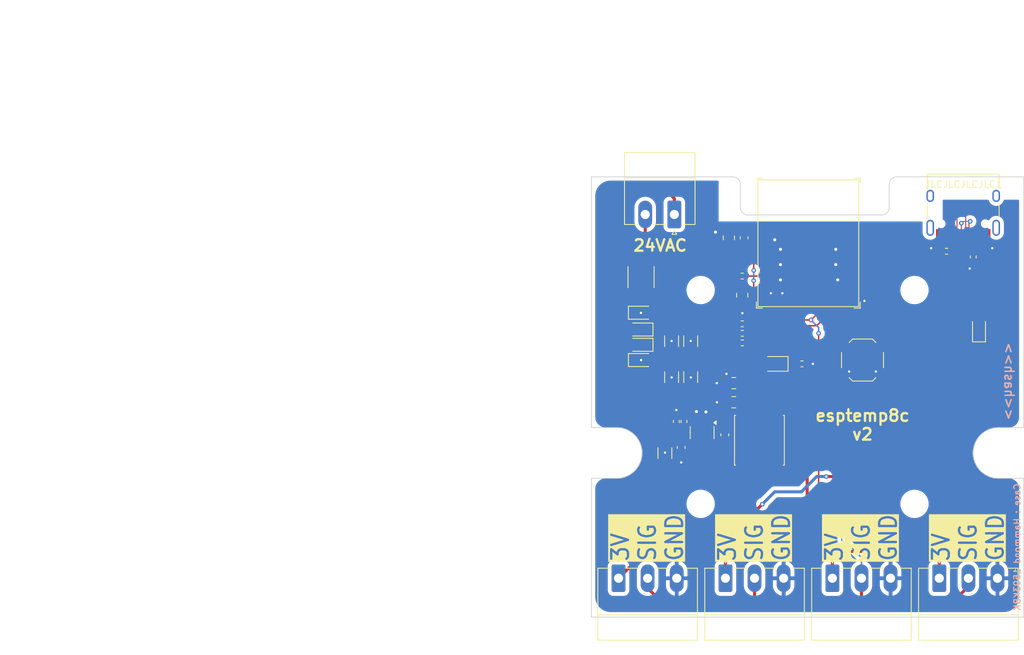
<source format=kicad_pcb>
(kicad_pcb (version 20240108) (generator "pcbnew") (generator_version "8.0")
  (layers (0 "F.Cu" signal) (31 "B.Cu" signal) (34 "B.Paste" user) (35 "F.Paste" user) (36 "B.SilkS" user "B.Silkscreen") (37 "F.SilkS" user "F.Silkscreen") (38 "B.Mask" user) (39 "F.Mask" user) (44 "Edge.Cuts" user))
  (net 0 "")
  (net 1 "GND")
  (net 2 "/EN")
  (net 3 "3V3")
  (net 4 "/Power Section/LX")
  (net 5 "/Power Section/VIN")
  (net 6 "/Power Section/BST")
  (net 7 "Net-(D1-K)")
  (net 8 "PROBE_BUS")
  (net 9 "Net-(D3-K)")
  (net 10 "Net-(J5-CC1)")
  (net 12 "Net-(J5-CC2)")
  (net 15 "Net-(U1-GPIO2{slash}ADC1_CH2)")
  (net 16 "Net-(U1-GPIO8)")
  (net 17 "/Power Section/FB2")
  (net 33 "D-")
  (net 34 "D+")
  (net 44 "Net-(D7-K)")
  (net 45 "/Power Section/VBUS")
  (net 48 "/GPIO9")
  (net 49 "Net-(J3-Pin_2)")
  (footprint "MountingHole:MountingHole_3.2mm_M3" (layer "F.Cu") (at 54.3 142.830983)
    (property "Reference" "H1" (hide yes))
    (property "Value" "MountingHole")
  )
  (footprint "Capacitor_SMD:C_0603_1608Metric" (layer "F.Cu") (at 57.452043 133.798407 90)
    (property "Reference" "C10" (hide yes))
    (property "Value" "0.1u")
  )
  (footprint "Resistor_SMD:R_0402_1005Metric" (layer "F.Cu") (at 59.754374 121.75)
    (property "Reference" "R4" (hide yes))
    (property "Value" "10k")
  )
  (footprint "Fuse:Fuse_1812_4532Metric" (layer "F.Cu") (at 46.494374 113.1375 -90)
    (property "Reference" "F1" (hide yes))
    (property "Value" "140mA hold / 340mA trip mSMD014")
  )
  (footprint "Capacitor_SMD:C_0603_1608Metric" (layer "F.Cu") (at 59.994374 108 -90)
    (property "Reference" "C2" (hide yes))
    (property "Value" "0.1u")
  )
  (footprint "Connector_Phoenix_MC:PhoenixContact_MC_1,5_3-G-3.81_1x03_P3.81mm_Horizontal" (layer "F.Cu") (at 85.545 152.5675)
    (property "Reference" "J6" (hide yes))
    (property "Value" "T4")
  )
  (footprint "Button_Switch_SMD:SW_Push_1P1T_XKB_TS-1187A" (layer "F.Cu") (at 75.494374 124)
    (property "Reference" "SW1" (hide yes))
    (property "Value" "RESET")
  )
  (footprint "Resistor_SMD:R_0402_1005Metric" (layer "F.Cu") (at 59.744374 113)
    (property "Reference" "R1" (hide yes))
    (property "Value" "10k")
  )
  (footprint "Resistor_SMD:R_0402_1005Metric" (layer "F.Cu") (at 52.113333 132.037085 90)
    (property "Reference" "R7" (hide yes))
    (property "Value" "68k")
  )
  (footprint "Capacitor_SMD:C_1206_3216Metric" (layer "F.Cu") (at 50.494374 121.525 90)
    (property "Reference" "C6" (hide yes))
    (property "Value" "10uF 50V")
  )
  (footprint "MountingHole:MountingHole_3.2mm_M3" (layer "F.Cu") (at 82.3 142.830983)
    (property "Reference" "H2" (hide yes))
    (property "Value" "MountingHole")
  )
  (footprint "Capacitor_SMD:C_1206_3216Metric" (layer "F.Cu") (at 49.613333 136.186169 -90)
    (property "Reference" "C8" (hide yes))
    (property "Value" "4u7")
  )
  (footprint "Capacitor_SMD:C_0603_1608Metric" (layer "F.Cu") (at 51.748457 135.441658 90)
    (property "Reference" "C9" (hide yes))
    (property "Value" "0.1u")
  )
  (footprint "MountingHole:MountingHole_3.2mm_M3" (layer "F.Cu") (at 82.3 114.830983)
    (property "Reference" "H4" (hide yes))
    (property "Value" "MountingHole")
  )
  (footprint "Capacitor_SMD:C_1206_3216Metric" (layer "F.Cu") (at 52.994374 121.525 90)
    (property "Reference" "C5" (hide yes))
    (property "Value" "10uF 50V")
  )
  (footprint "Capacitor_SMD:C_0805_2012Metric" (layer "F.Cu") (at 59.744374 115.5 90)
    (property "Reference" "C1" (hide yes))
    (property "Value" "10u")
  )
  (footprint "MountingHole:MountingHole_3.2mm_M3" (layer "F.Cu") (at 54.3 114.830983)
    (property "Reference" "H3" (hide yes))
    (property "Value" "MountingHole")
  )
  (footprint "Inductor_SMD:L_Sunlord_SWPA6028S" (layer "F.Cu") (at 61.994374 134.5 90)
    (property "Reference" "L1" (hide yes))
    (property "Value" "15uH")
  )
  (footprint "Connector_Phoenix_MC:PhoenixContact_MC_1,5_2-G-3.81_1x02_P3.81mm_Horizontal" (layer "F.Cu") (at 50.85 104.9325 180)
    (property "Reference" "J3" (hide yes))
    (property "Value" "24VAC")
  )
  (footprint "Connector_Phoenix_MC:PhoenixContact_MC_1,5_3-G-3.81_1x03_P3.81mm_Horizontal" (layer "F.Cu") (at 57.545 152.5675)
    (property "Reference" "J2" (hide yes))
    (property "Value" "T2")
  )
  (footprint "Diode_SMD:D_SOD-323" (layer "F.Cu") (at 46.444374 122 180)
    (property "Reference" "D4" (hide yes))
    (property "Value" "1N5819WS")
  )
  (footprint "Capacitor_SMD:C_1206_3216Metric" (layer "F.Cu") (at 52.994374 126.23764 -90)
    (property "Reference" "C3" (hide yes))
    (property "Value" "10uF 50V")
  )
  (footprint "Resistor_SMD:R_0402_1005Metric" (layer "F.Cu") (at 86.494374 109.75 180)
    (property "Reference" "R6" (hide yes))
    (property "Value" "5k1")
  )
  (footprint "Capacitor_SMD:C_1206_3216Metric" (layer "F.Cu") (at 50.494374 126.23764 -90)
    (property "Reference" "C4" (hide yes))
    (property "Value" "10uF 50V")
  )
  (footprint "Capacitor_SMD:C_0805_2012Metric" (layer "F.Cu") (at 58.635782 129.520831 180)
    (property "Reference" "C11" (hide yes))
    (property "Value" "10u")
  )
  (footprint "LED_SMD:LED_0805_2012Metric" (layer "F.Cu") (at 64.056874 124.5 180)
    (property "Reference" "D7" (hide yes))
    (property "Value" "PWR")
  )
  (footprint "Diode_SMD:D_SOD-323" (layer "F.Cu") (at 46.444374 124)
    (property "Reference" "D3" (hide yes))
    (property "Value" "1N5819WS")
  )
  (footprint "Diode_SMD:D_SOD-323" (layer "F.Cu") (at 46.444374 120 180)
    (property "Reference" "D2" (hide yes))
    (property "Value" "1N5819WS")
  )
  (footprint "Diode_SMD:D_SOD-323" (layer "F.Cu") (at 90.744374 120 90)
    (property "Reference" "D5" (hide yes))
    (property "Value" "1N5819WS")
  )
  (footprint "Connector_USB:USB_C_Receptacle_HRO_TYPE-C-31-M-12" (layer "F.Cu") (at 88.68 103.55 180)
    (property "Reference" "J5" (hide yes))
    (property "Value" "USB_C_Receptacle_USB2.0")
  )
  (footprint "Resistor_SMD:R_0402_1005Metric" (layer "F.Cu") (at 51.113333 132.037085 90)
    (property "Reference" "R8" (hide yes))
    (property "Value" "22k")
  )
  (footprint "Capacitor_SMD:C_0805_2012Metric" (layer "F.Cu") (at 57.994374 108 -90)
    (property "Reference" "C7" (hide yes))
    (property "Value" "10u")
  )
  (footprint "Resistor_SMD:R_0402_1005Metric" (layer "F.Cu") (at 59.744374 119.25)
    (property "Reference" "R3" (hide yes))
    (property "Value" "10k")
  )
  (footprint "Espressif:ESP32-C3-MINI-1" (layer "F.Cu") (at 68.394374 108.7)
    (property "Reference" "U1" (hide yes))
    (property "Value" "ESP32-C3-MINI-1")
  )
  (footprint "Diode_SMD:D_SOD-323" (layer "F.Cu") (at 46.444374 117.8)
    (property "Reference" "D1" (hide yes))
    (property "Value" "1N5819WS")
  )
  (footprint "Connector_Phoenix_MC:PhoenixContact_MC_1,5_3-G-3.81_1x03_P3.81mm_Horizontal" (layer "F.Cu") (at 43.545 152.5675)
    (property "Reference" "J1" (hide yes))
    (property "Value" "T1")
  )
  (footprint "Resistor_SMD:R_0402_1005Metric" (layer "F.Cu") (at 67.556874 124.494378)
    (property "Reference" "R9" (hide yes))
    (property "Value" "680")
  )
  (footprint "Package_TO_SOT_SMD:SOT-23-6" (layer "F.Cu") (at 54.494374 133.5 -90)
    (property "Reference" "U2" (hide yes))
    (property "Value" "LMR54406DBVR")
  )
  (footprint "Resistor_SMD:R_0402_1005Metric" (layer "F.Cu") (at 59.754374 120.5)
    (property "Reference" "R2" (hide yes))
    (property "Value" "5k1")
  )
  (footprint "Connector_Phoenix_MC:PhoenixContact_MC_1,5_3-G-3.81_1x03_P3.81mm_Horizontal" (layer "F.Cu") (at 71.545 152.5675)
    (property "Reference" "J4" (hide yes))
    (property "Value" "T3")
  )
  (footprint "Capacitor_SMD:C_0805_2012Metric" (layer "F.Cu") (at 58.635782 127.020831 180)
    (property "Reference" "C12" (hide yes))
    (property "Value" "10u")
  )
  (footprint "Resistor_SMD:R_0402_1005Metric" (layer "F.Cu") (at 89.994374 110.5 -90)
    (property "Reference" "R5" (hide yes))
    (property "Value" "5k1")
  )
  (gr_line (start 39.994374 139.478058) (end 39.994374 157.661966) (stroke (width 0.1)) (layer "Edge.Cuts"))
  (gr_line (start 78.9944 101) (end 78.99438 104.000043) (stroke (width 0.1)) (layer "Edge.Cuts"))
  (gr_line (start 39.994374 100) (end 39.994374 132.845874) (stroke (width 0.1)) (layer "Edge.Cuts"))
  (gr_arc (start 60.494374 105) (mid 59.787284 104.707098) (end 59.4944 104) (stroke (width 0.1)) (layer "Edge.Cuts"))
  (gr_line (start 58.494374 100) (end 39.994374 100) (stroke (width 0.1)) (layer "Edge.Cuts"))
  (gr_line (start 79.994374 100) (end 96.605627 100) (stroke (width 0.1)) (layer "Edge.Cuts"))
  (gr_line (start 93.3 132.845874) (end 96.605627 132.845874) (stroke (width 0.1)) (layer "Edge.Cuts"))
  (gr_line (start 96.605627 157.661966) (end 96.605627 139.478058) (stroke (width 0.1)) (layer "Edge.Cuts"))
  (gr_arc (start 78.99438 104.000043) (mid 78.70147 104.707115) (end 77.99438 104.99998) (stroke (width 0.1)) (layer "Edge.Cuts"))
  (gr_line (start 96.605627 132.845874) (end 96.605627 100) (stroke (width 0.1)) (layer "Edge.Cuts"))
  (gr_arc (start 78.9944 101) (mid 79.287313 100.292932) (end 79.994374 100) (stroke (width 0.1)) (layer "Edge.Cuts"))
  (gr_line (start 39.994374 157.661966) (end 96.605627 157.661966) (stroke (width 0.1)) (layer "Edge.Cuts"))
  (gr_line (start 39.994374 132.845874) (end 43.3 132.845874) (stroke (width 0.1)) (layer "Edge.Cuts"))
  (gr_arc (start 43.3 132.845874) (mid 46.616051 136.161966) (end 43.3 139.478058) (stroke (width 0.1)) (layer "Edge.Cuts"))
  (gr_line (start 77.99438 104.99998) (end 60.494374 105) (stroke (width 0.1)) (layer "Edge.Cuts"))
  (gr_line (start 43.3 139.478058) (end 39.994374 139.478058) (stroke (width 0.1)) (layer "Edge.Cuts"))
  (gr_arc (start 93.3 139.478058) (mid 89.983882 136.16197) (end 93.3 132.845882) (stroke (width 0.1)) (layer "Edge.Cuts"))
  (gr_arc (start 58.494374 100) (mid 59.201498 100.292884) (end 59.4944 101) (stroke (width 0.1)) (layer "Edge.Cuts"))
  (gr_line (start 59.4944 104) (end 59.4944 101) (stroke (width 0.1)) (layer "Edge.Cuts"))
  (gr_line (start 96.605627 139.478058) (end 93.3 139.478058) (stroke (width 0.1)) (layer "Edge.Cuts"))
  (gr_text "Case : Hammond 1593KBK" (at 95.744374 148.5 90) (layer "B.SilkS") (effects (font (size 0.8128 0.8128) (thickness 0.1524)) (justify mirror)))
  (gr_text "<<hash>>" (at 93.994374 132 270) (layer "B.SilkS") (effects (font (size 1.2 1.2) (thickness 0.2) (bold yes)) (justify left bottom mirror)))
  (gr_text "3V\nSIG\nGND" (at 56.494374 150.5 90) (layer "F.SilkS" knockout) (effects (font (size 2.2 2) (thickness 0.3048)) (justify left top)))
  (gr_text "3V\nSIG\nGND" (at 70.494374 150.5 90) (layer "F.SilkS" knockout) (effects (font (size 2.2 2) (thickness 0.3048)) (justify left top)))
  (gr_text "3V\nSIG\nGND" (at 42.494374 150.5 90) (layer "F.SilkS" knockout) (effects (font (size 2.2 2) (thickness 0.3048)) (justify left top)))
  (gr_text "esptemp8c\nv2" (at 75.494374 132.5 0) (layer "F.SilkS") (effects (font (size 1.524 1.524) (thickness 0.3048))))
  (gr_text "3V\nSIG\nGND" (at 84.494374 150.5 90) (layer "F.SilkS" knockout) (effects (font (size 2.2 2) (thickness 0.3048)) (justify left top)))
  (gr_text "JLCJLCJLCJLC1" (at 88.744374 101 0) (layer "F.SilkS") (effects (font (size 0.9 0.9) (thickness 0.1))))
  (gr_text "24VAC" (at 49 109 0) (layer "F.SilkS") (effects (font (size 1.5 1.5) (thickness 0.3))))
  (segment (start 74.344374 116.35) (end 75.644374 116.35) (width 0.2) (layer "F.Cu") (net 1))
  (segment (start 62.494374 106.5) (end 62.444374 106.45) (width 0.2) (layer "F.Cu") (net 1))
  (segment (start 64.844374 111.4) (end 64.744374 111.5) (width 0.4) (layer "F.Cu") (net 1))
  (segment (start 57.994374 107.05) (end 56.444374 107.05) (width 0.4) (layer "F.Cu") (net 1))
  (segment (start 52.994374 120.05) (end 52.994374 121.5) (width 0.4) (layer "F.Cu") (net 1))
  (segment (start 64.819374 109.425) (end 64.744374 109.5) (width 0.4) (layer "F.Cu") (net 1))
  (segment (start 56.412508 127.020831) (end 56.410251 127.018574) (width 0.4) (layer "F.Cu") (net 1))
  (segment (start 64.869374 113.375) (end 64.744374 113.5) (width 0.4) (layer "F.Cu") (net 1))
  (segment (start 85.43 107.595) (end 85.43 108.4) (width 0.4) (layer "F.Cu") (net 1))
  (segment (start 63.944374 108.2) (end 63.994374 108.25) (width 0.4) (layer "F.Cu") (net 1))
  (segment (start 73.369374 125.875) (end 73.744374 125.5) (width 0.2) (layer "F.Cu") (net 1))
  (segment (start 57.685782 127.020831) (end 56.412508 127.020831) (width 0.4) (layer "F.Cu") (net 1))
  (segment (start 84.88 109.75) (end 84.48 109.35) (width 0.4) (layer "F.Cu") (net 1))
  (segment (start 63.344374 115.4) (end 63.494374 115.25) (width 0.2) (layer "F.Cu") (net 1))
  (segment (start 89.994374 111.01) (end 89.994374 111.547087) (width 0.4) (layer "F.Cu") (net 1))
  (segment (start 50.494374 126.278539) (end 50.498145 126.274768) (width 0.4) (layer "F.Cu") (net 1))
  (segment (start 62.444374 115.45) (end 62.494374 115.4) (width 0.2) (layer "F.Cu") (net 1))
  (segment (start 57.685782 127.020831) (end 57.685782 125.812402) (width 0.4) (layer "F.Cu") (net 1))
  (segment (start 66.419374 109.425) (end 66.419374 113.375) (width 0.4) (layer "F.Cu") (net 1))
  (segment (start 78.494374 125.875) (end 77.619374 125.875) (width 0.2) (layer "F.Cu") (net 1))
  (segment (start 56.435653 129.520831) (end 56.428634 129.52785) (width 0.4) (layer "F.Cu") (net 1))
  (segment (start 50.494374 127.71264) (end 52.994374 127.71264) (width 0.4) (layer "F.Cu") (net 1))
  (segment (start 56.444374 107.05) (end 56.244374 107.25) (width 0.4) (layer "F.Cu") (net 1))
  (segment (start 65.194374 115.45) (end 64.994374 115.25) (width 0.2) (layer "F.Cu") (net 1))
  (segment (start 50.494374 127.71264) (end 50.494374 126.278539) (width 0.4) (layer "F.Cu") (net 1))
  (segment (start 62.494374 108.2) (end 63.944374 108.2) (width 0.4) (layer "F.Cu") (net 1))
  (segment (start 66.419374 109.425) (end 64.819374 109.425) (width 0.4) (layer "F.Cu") (net 1))
  (segment (start 59.744374 116.45) (end 59.744374 117.846383) (width 0.4) (layer "F.Cu") (net 1))
  (segment (start 85.984374 109.75) (end 84.88 109.75) (width 0.4) (layer "F.Cu") (net 1))
  (segment (start 72.119374 113.375) (end 72.244374 113.5) (width 0.4) (layer "F.Cu") (net 1))
  (segment (start 70.369374 113.375) (end 72.119374 113.375) (width 0.4) (layer "F.Cu") (net 1))
  (segment (start 85.43 108.4) (end 84.48 109.35) (width 0.4) (layer "F.Cu") (net 1))
  (segment (start 47.494374 117.8) (end 46.501582 117.8) (width 0.4) (layer "F.Cu") (net 1))
  (segment (start 51.113333 130.537085) (end 51.113333 131.527085) (width 0.4) (layer "F.Cu") (net 1))
  (segment (start 57.994374 107.05) (end 59.819374 107.05) (width 0.4) (layer "F.Cu") (net 1))
  (segment (start 62.494374 107.4) (end 60.169374 107.4) (width 0.4) (layer "F.Cu") (net 1))
  (segment (start 70.369374 109.425) (end 71.919374 109.425) (width 0.4) (layer "F.Cu") (net 1))
  (segment (start 91.93 107.595) (end 91.93 108.8) (width 0.4) (layer "F.Cu") (net 1))
  (segment (start 70.369374 111.4) (end 71.894374 111.4) (width 0.4) (layer "F.Cu") (net 1))
  (segment (start 66.419374 109.425) (end 70.369374 109.425) (width 0.4) (layer "F.Cu") (net 1))
  (segment (start 66.419374 113.375) (end 70.369374 113.375) (width 0.4) (layer "F.Cu") (net 1))
  (segment (start 68.988752 124.494378) (end 68.994374 124.5) (width 0.2) (layer "F.Cu") (net 1))
  (segment (start 62.494374 115.4) (end 63.344374 115.4) (width 0.2) (layer "F.Cu") (net 1))
  (segment (start 91.93 108.8) (end 92.48 109.35) (width 0.4) (layer "F.Cu") (net 1))
  (segment (start 65.194374 116.3) (end 65.194374 115.45) (width 0.2) (layer "F.Cu") (net 1))
  (segment (start 54.494374 131.287085) (end 54.494374 132.3625) (width 0.6) (layer "F.Cu") (net 1))
  (segment (start 75.644374 116.35) (end 75.744374 116.25) (width 0.2) (layer "F.Cu") (net 1))
  (segment (start 57.685782 129.520831) (end 56.435653 129.520831) (width 0.4) (layer "F.Cu") (net 1))
  (segment (start 70.369374 109.425) (end 70.369374 113.375) (width 0.4) (layer "F.Cu") (net 1))
  (segment (start 72.494374 125.875) (end 73.369374 125.875) (width 0.2) (layer "F.Cu") (net 1))
  (segment (start 57.685782 125.812402) (end 57.678677 125.805297) (width 0.4) (layer "F.Cu") (net 1))
  (segment (start 46.501582 117.8) (end 46.47895 117.822632) (width 0.4) (layer "F.Cu") (net 1))
  (segment (start 59.744374 117.846383) (end 59.757577 117.859586) (width 0.4) (layer "F.Cu") (net 1))
  (segment (start 50.494374 120.05) (end 50.494374 121.5) (width 0.4) (layer "F.Cu") (net 1))
  (segment (start 66.419374 111.4) (end 64.844374 111.4) (width 0.4) (layer "F.Cu") (net 1))
  (segment (start 59.819374 107.05) (end 59.994374 107.225) (width 0.4) (layer "F.Cu") (net 1))
  (segment (start 60.169374 107.4) (end 59.994374 107.225) (width 0.4) (layer "F.Cu") (net 1))
  (segment (start 54.994374 130.787085) (end 54.494374 131.287085) (width 0.6) (layer "F.Cu") (net 1))
  (segment (start 51.748457 137.395571) (end 51.755183 137.402297) (width 0.4) (layer "F.Cu") (net 1))
  (segment (start 49.613333 136.135524) (end 49.633183 136.115674) (width 0.4) (layer "F.Cu") (net 1))
  (segment (start 49.613333 137.661169) (end 49.613333 136.135524) (width 0.4) (layer "F.Cu") (net 1))
  (segment (start 77.619374 125.875) (end 77.244374 125.5) (width 0.2) (layer "F.Cu") (net 1))
  (segment (start 71.894374 111.4) (end 71.994374 111.5) (width 0.4) (layer "F.Cu") (net 1))
  (segment (start 50.494374 120.05) (end 52.994374 120.05) (width 0.4) (layer "F.Cu") (net 1))
  (segment (start 66.419374 113.375) (end 64.869374 113.375) (width 0.4) (layer "F.Cu") (net 1))
  (segment (start 66.419374 111.4) (end 70.369374 111.4) (width 0.4) (layer "F.Cu") (net 1))
  (segment (start 54.494374 132.3625) (end 54.494374 131.5) (width 0.6) (layer "F.Cu") (net 1))
  (segment (start 71.919374 109.425) (end 71.994374 109.5) (width 0.4) (layer "F.Cu") (net 1))
  (segment (start 54.494374 131.5) (end 53.744374 130.75) (width 0.6) (layer "F.Cu") (net 1))
  (segment (start 62.444374 106.45) (end 74.344374 106.45) (width 0.2) (layer "F.Cu") (net 1))
  (segment (start 62.444374 116.35) (end 62.444374 115.45) (width 0.2) (layer "F.Cu") (net 1))
  (segment (start 52.994374 127.71264) (end 52.994374 126.30134) (width 0.4) (layer "F.Cu") (net 1))
  (segment (start 62.494374 108.2) (end 62.494374 106.5) (width 0.2) (layer "F.Cu") (net 1))
  (segment (start 52.994374 126.30134) (end 53.010845 126.284869) (width 0.4) (layer "F.Cu") (net 1))
  (segment (start 68.066874 124.494378) (end 68.988752 124.494378) (width 0.2) (layer "F.Cu") (net 1))
  (segment (start 51.748457 136.216658) (end 51.748457 137.395571) (width 0.4) (layer "F.Cu") (net 1))
  (segment (start 89.994374 111.547087) (end 89.530015 112.011446) (width 0.4) (layer "F.Cu") (net 1))
  (segment (start 47.494374 124) (end 46.494374 124) (width 0.4) (layer "F.Cu") (net 1))
  (via (at 89.530015 112.011446) (size 0.6) (drill 0.3) (layers "F.Cu" "B.Cu") (net 1))
  (via (at 64.744374 109.5) (size 0.9) (drill 0.4) (layers "F.Cu" "B.Cu") (net 1))
  (via (at 77.244374 125.5) (size 0.6) (drill 0.3) (layers "F.Cu" "B.Cu") (net 1))
  (via (at 56.244374 107.25) (size 0.9) (drill 0.4) (layers "F.Cu" "B.Cu") (net 1))
  (via (at 56.428634 129.52785) (size 0.6) (drill 0.3) (layers "F.Cu" "B.Cu") (net 1))
  (via (at 51.113333 130.537085) (size 0.6) (drill 0.3) (layers "F.Cu" "B.Cu") (net 1))
  (via (at 92.48 109.35) (size 0.6) (drill 0.3) (layers "F.Cu" "B.Cu") (net 1))
  (via (at 52.994374 121.5) (size 0.6) (drill 0.3) (layers "F.Cu" "B.Cu") (net 1))
  (via (at 50.498145 126.274768) (size 0.6) (drill 0.3) (layers "F.Cu" "B.Cu") (net 1))
  (via (at 63.494374 115.25) (size 0.6) (drill 0.3) (layers "F.Cu" "B.Cu") (net 1))
  (via (at 63.994374 108.25) (size 0.9) (drill 0.4) (layers "F.Cu" "B.Cu") (net 1))
  (via (at 49.633183 136.115674) (size 0.6) (drill 0.3) (layers "F.Cu" "B.Cu") (net 1))
  (via (at 56.410251 127.018574) (size 0.6) (drill 0.3) (layers "F.Cu" "B.Cu") (net 1))
  (via (at 64.744374 113.5) (size 0.9) (drill 0.4) (layers "F.Cu" "B.Cu") (net 1))
  (via (at 46.494374 124) (size 0.6) (drill 0.3) (layers "F.Cu" "B.Cu") (net 1))
  (via (at 68.994374 124.5) (size 0.6) (drill 0.3) (layers "F.Cu" "B.Cu") (net 1))
  (via (at 53.744374 130.75) (size 0.9) (drill 0.4) (layers "F.Cu" "B.Cu") (net 1))
  (via (at 84.48 109.35) (size 0.6) (drill 0.3) (layers "F.Cu" "B.Cu") (net 1))
  (via (at 53.010845 126.284869) (size 0.6) (drill 0.3) (layers "F.Cu" "B.Cu") (net 1))
  (via (at 46.47895 117.822632) (size 0.6) (drill 0.3) (layers "F.Cu" "B.Cu") (net 1))
  (via (at 59.757577 117.859586) (size 0.6) (drill 0.3) (layers "F.Cu" "B.Cu") (net 1))
  (via (at 54.994374 130.787085) (size 0.9) (drill 0.4) (layers "F.Cu" "B.Cu") (net 1))
  (via (at 73.744374 125.5) (size 0.6) (drill 0.3) (layers "F.Cu" "B.Cu") (net 1))
  (via (at 64.994374 115.25) (size 0.6) (drill 0.3) (layers "F.Cu" "B.Cu") (net 1))
  (via (at 57.678677 125.805297) (size 0.6) (drill 0.3) (layers "F.Cu" "B.Cu") (net 1))
  (via (at 64.744374 111.5) (size 0.9) (drill 0.4) (layers "F.Cu" "B.Cu") (net 1))
  (via (at 50.494374 121.5) (size 0.6) (drill 0.3) (layers "F.Cu" "B.Cu") (net 1))
  (via (at 71.994374 111.5) (size 0.9) (drill 0.4) (layers "F.Cu" "B.Cu") (net 1))
  (via (at 75.744374 116.25) (size 0.6) (drill 0.3) (layers "F.Cu" "B.Cu") (net 1))
  (via (at 72.244374 113.5) (size 0.9) (drill 0.4) (layers "F.Cu" "B.Cu") (net 1))
  (via (at 71.994374 109.5) (size 0.9) (drill 0.4) (layers "F.Cu" "B.Cu") (net 1))
  (via (at 51.755183 137.402297) (size 0.6) (drill 0.3) (layers "F.Cu" "B.Cu") (net 1))
  (segment (start 60.254374 114.04) (end 59.744374 114.55) (width 0.2) (layer "F.Cu") (net 2))
  (segment (start 60.254374 113) (end 60.254374 114.04) (width 0.2) (layer "F.Cu") (net 2))
  (segment (start 60.254374 113) (end 62.494374 113) (width 0.2) (layer "F.Cu") (net 2))
  (segment (start 59.994374 108.775) (end 60.219374 109) (width 0.4) (layer "F.Cu") (net 3))
  (segment (start 60.515205 129.520831) (end 61.994374 131) (width 0.4) (layer "F.Cu") (net 3))
  (segment (start 84.795 149.050626) (end 85.545 149.800626) (width 0.4) (layer "F.Cu") (net 3))
  (segment (start 59.234374 121.24) (end 59.234374 119.25) (width 0.2) (layer "F.Cu") (net 3))
  (segment (start 57.994374 123) (end 57.994374 121.75) (width 0.4) (layer "F.Cu") (net 3))
  (segment (start 59.67719 124.5) (end 59.585782 124.591408) (width 0.2) (layer "F.Cu") (net 3))
  (segment (start 52.966432 129.683986) (end 55.454656 129.683986) (width 0.2) (layer "F.Cu") (net 3))
  (segment (start 85.545 149.800626) (end 85.545 152.5675) (width 0.4) (layer "F.Cu") (net 3))
  (segment (start 65.515205 127.020831) (end 68.244374 129.75) (width 0.4) (layer "F.Cu") (net 3))
  (segment (start 61.994374 131) (end 61.994374 132.25) (width 0.4) (layer "F.Cu") (net 3))
  (segment (start 59.585782 129.520831) (end 60.515205 129.520831) (width 0.4) (layer "F.Cu") (net 3))
  (segment (start 59.244374 121.25) (end 59.234374 121.24) (width 0.2) (layer "F.Cu") (net 3))
  (segment (start 59.585782 129.520831) (end 59.585782 127.020831) (width 0.4) (layer "F.Cu") (net 3))
  (segment (start 71.494374 149.050626) (end 84.795 149.050626) (width 0.4) (layer "F.Cu") (net 3))
  (segment (start 57.994374 113) (end 57.994374 108.95) (width 0.4) (layer "F.Cu") (net 3))
  (segment (start 57.545 152.5675) (end 57.545 149.050626) (width 0.4) (layer "F.Cu") (net 3))
  (segment (start 59.585782 127.020831) (end 59.585782 124.591408) (width 0.4) (layer "F.Cu") (net 3))
  (segment (start 63.119374 124.5) (end 59.67719 124.5) (width 0.2) (layer "F.Cu") (net 3))
  (segment (start 57.545 149.050626) (end 71.494374 149.050626) (width 0.4) (layer "F.Cu") (net 3))
  (segment (start 59.585782 124.591408) (end 57.994374 123) (width 0.4) (layer "F.Cu") (net 3))
  (segment (start 71.545 152.5675) (end 71.545 149.101252) (width 0.4) (layer "F.Cu") (net 3))
  (segment (start 60.219374 109) (end 62.494374 109) (width 0.4) (layer "F.Cu") (net 3))
  (segment (start 57.545 149.050626) (end 57.494374 149) (width 0.4) (layer "F.Cu") (net 3))
  (segment (start 68.244374 129.75) (end 68.244374 142.75) (width 0.4) (layer "F.Cu") (net 3))
  (segment (start 52.113333 131.527085) (end 52.113333 130.537085) (width 0.2) (layer "F.Cu") (net 3))
  (segment (start 57.994374 108.95) (end 59.819374 108.95) (width 0.4) (layer "F.Cu") (net 3))
  (segment (start 71.545 149.101252) (end 71.494374 149.050626) (width 0.4) (layer "F.Cu") (net 3))
  (segment (start 57.994374 121.75) (end 57.994374 113) (width 0.4) (layer "F.Cu") (net 3))
  (segment (start 59.585782 127.020831) (end 65.515205 127.020831) (width 0.4) (layer "F.Cu") (net 3))
  (segment (start 55.454656 129.683986) (end 57.372221 131.601551) (width 0.2) (layer "F.Cu") (net 3))
  (segment (start 57.494374 149) (end 47.1125 149) (width 0.4) (layer "F.Cu") (net 3))
  (segment (start 59.819374 108.95) (end 59.994374 108.775) (width 0.4) (layer "F.Cu") (net 3))
  (segment (start 47.1125 149) (end 43.545 152.5675) (width 0.4) (layer "F.Cu") (net 3))
  (segment (start 57.372221 131.601551) (end 59.494667 131.601551) (width 0.2) (layer "F.Cu") (net 3))
  (segment (start 59.244374 121.75) (end 57.994374 121.75) (width 0.2) (layer "F.Cu") (net 3))
  (segment (start 61.994374 149) (end 57.494374 149) (width 0.4) (layer "F.Cu") (net 3))
  (segment (start 68.244374 142.75) (end 61.994374 149) (width 0.4) (layer "F.Cu") (net 3))
  (segment (start 52.113333 130.537085) (end 52.966432 129.683986) (width 0.2) (layer "F.Cu") (net 3))
  (segment (start 59.234374 113) (end 57.994374 113) (width 0.2) (layer "F.Cu") (net 3))
  (segment (start 59.244374 121.75) (end 59.244374 121.25) (width 0.2) (layer "F.Cu") (net 3))
  (segment (start 79.494374 139.25) (end 70.744374 139.25) (width 0.4) (layer "F.Cu") (net 5))
  (segment (start 47.494374 144) (end 47.494374 135.75) (width 0.4) (layer "F.Cu") (net 5))
  (segment (start 52.994374 123) (end 52.994374 124.76264) (width 0.4) (layer "F.Cu") (net 5))
  (segment (start 47.494374 120) (end 47.494374 122) (width 0.4) (layer "F.Cu") (net 5))
  (segment (start 48.494374 133.59221) (end 49.613333 134.711169) (width 0.4) (layer "F.Cu") (net 5))
  (segment (start 47.494374 135.75) (end 48.533205 134.711169) (width 0.4) (layer "F.Cu") (net 5))
  (segment (start 52.994374 124.76264) (end 50.494374 124.76264) (width 0.4) (layer "F.Cu") (net 5))
  (segment (start 49.613333 134.711169) (end 53.470705 134.711169) (width 0.4) (layer "F.Cu") (net 5))
  (segment (start 49.231734 124.76264) (end 48.494374 125.5) (width 0.4) (layer "F.Cu") (net 5))
  (segment (start 48.494374 125.5) (end 48.494374 133.59221) (width 0.4) (layer "F.Cu") (net 5))
  (segment (start 50.494374 123) (end 52.994374 123) (width 0.4) (layer "F.Cu") (net 5))
  (segment (start 90.744374 121.05) (end 90.744374 128) (width 0.4) (layer "F.Cu") (net 5))
  (segment (start 53.470705 134.711169) (end 53.544374 134.6375) (width 0.4) (layer "F.Cu") (net 5))
  (segment (start 48.533205 134.711169) (end 49.613333 134.711169) (width 0.4) (layer "F.Cu") (net 5))
  (segment (start 50.494374 124.76264) (end 49.231734 124.76264) (width 0.4) (layer "F.Cu") (net 5))
  (segment (start 47.994374 122) (end 48.994374 123) (width 0.4) (layer "F.Cu") (net 5))
  (segment (start 62.369374 142.875) (end 58.244374 147) (width 0.4) (layer "F.Cu") (net 5))
  (segment (start 50.494374 147) (end 47.494374 144) (width 0.4) (layer "F.Cu") (net 5))
  (segment (start 53.544374 134.6375) (end 54.494374 134.6375) (width 0.4) (layer "F.Cu") (net 5))
  (segment (start 79.494374 139.25) (end 90.744374 128) (width 0.4) (layer "F.Cu") (net 5))
  (segment (start 58.244374 147) (end 50.494374 147) (width 0.4) (layer "F.Cu") (net 5))
  (segment (start 47.494374 122) (end 47.994374 122) (width 0.4) (layer "F.Cu") (net 5))
  (segment (start 48.994374 123) (end 50.494374 123) (width 0.4) (layer "F.Cu") (net 5))
  (via (at 70.744374 139.25) (size 0.6) (drill 0.3) (layers "F.Cu" "B.Cu") (net 5))
  (via (at 62.369374 142.875) (size 0.6) (drill 0.3) (layers "F.Cu" "B.Cu") (net 5))
  (segment (start 67.494374 141.25) (end 69.494374 139.25) (width 0.4) (layer "B.Cu") (net 5))
  (segment (start 62.369374 142.875) (end 63.994374 141.25) (width 0.4) (layer "B.Cu") (net 5))
  (segment (start 69.494374 139.25) (end 70.744374 139.25) (width 0.4) (layer "B.Cu") (net 5))
  (segment (start 63.994374 141.25) (end 67.494374 141.25) (width 0.4) (layer "B.Cu") (net 5))
  (segment (start 56.105281 133.023407) (end 55.444374 132.3625) (width 0.4) (layer "F.Cu") (net 6))
  (segment (start 57.452043 133.023407) (end 56.105281 133.023407) (width 0.4) (layer "F.Cu") (net 6))
  (segment (start 45.394374 117.8) (end 45.394374 115.6) (width 0.4) (layer "F.Cu") (net 7))
  (segment (start 45.394374 117.8) (end 45.394374 120) (width 0.4) (layer "F.Cu") (net 7))
  (segment (start 45.394374 115.6) (end 45.494374 115.5) (width 0.4) (layer "F.Cu") (net 7))
  (segment (start 69.744374 144.25) (end 69.744374 120.5) (width 0.2) (layer "F.Cu") (net 8))
  (segment (start 69.994374 117.5) (end 69.994374 116.3) (width 0.2) (layer "F.Cu") (net 8))
  (segment (start 61.244374 156) (end 49.494374 156) (width 0.4) (layer "F.Cu") (net 8))
  (segment (start 49.494374 156) (end 47.355 153.860626) (width 0.4) (layer "F.Cu") (net 8))
  (segment (start 61.355 155.889374) (end 61.244374 156) (width 0.4) (layer "F.Cu") (net 8))
  (segment (start 68.744374 118.75) (end 69.994374 117.5) (width 0.2) (layer "F.Cu") (net 8))
  (segment (start 86.994374 156) (end 75.494374 156) (width 0.4) (layer "F.Cu") (net 8))
  (segment (start 72.994374 147.5) (end 69.744374 144.25) (width 0.2) (layer "F.Cu") (net 8))
  (segment (start 89.355 152.5675) (end 89.355 153.639374) (width 0.4) (layer "F.Cu") (net 8))
  (segment (start 61.355 152.5675) (end 61.355 155.889374) (width 0.4) (layer "F.Cu") (net 8))
  (segment (start 60.264374 120.5) (end 62.494374 120.5) (width 0.2) (layer "F.Cu") (net 8))
  (segment (start 75.355 152.5675) (end 75.355 155.860626) (width 0.4) (layer "F.Cu") (net 8))
  (segment (start 64.244374 118.75) (end 68.744374 118.75) (width 0.2) (layer "F.Cu") (net 8))
  (segment (start 75.355 155.860626) (end 75.494374 156) (width 0.4) (layer "F.Cu") (net 8))
  (segment (start 75.494374 156) (end 61.244374 156) (width 0.4) (layer "F.Cu") (net 8))
  (segment (start 89.355 153.639374) (end 86.994374 156) (width 0.4) (layer "F.Cu") (net 8))
  (segment (start 62.494374 120.5) (end 64.244374 118.75) (width 0.2) (layer "F.Cu") (net 8))
  (segment (start 47.355 153.860626) (end 47.355 152.5675) (width 0.4) (layer "F.Cu") (net 8))
  (via (at 68.744374 118.75) (size 0.6) (drill 0.3) (layers "F.Cu" "B.Cu") (net 8))
  (via (at 72.994374 147.5) (size 0.6) (drill 0.3) (layers "F.Cu" "B.Cu") (net 8))
  (via (at 69.744374 120.5) (size 0.6) (drill 0.3) (layers "F.Cu" "B.Cu") (net 8))
  (segment (start 75.355 152.5675) (end 75.355 149.860626) (width 0.2) (layer "B.Cu") (net 8))
  (segment (start 69.744374 119.75) (end 68.744374 118.75) (width 0.2) (layer "B.Cu") (net 8))
  (segment (start 69.744374 120.5) (end 69.744374 119.75) (width 0.2) (layer "B.Cu") (net 8))
  (segment (start 75.355 149.860626) (end 72.994374 147.5) (width 0.2) (layer "B.Cu") (net 8))
  (segment (start 45.394374 122) (end 45.394374 124) (width 0.4) (layer "F.Cu") (net 9))
  (segment (start 49.994374 102) (end 44.494374 102) (width 0.4) (layer "F.Cu") (net 9))
  (segment (start 42.994374 103.5) (end 42.994374 121.25) (width 0.4) (layer "F.Cu") (net 9))
  (segment (start 50.85 104.9325) (end 50.85 102.855626) (width 0.4) (layer "F.Cu") (net 9))
  (segment (start 50.85 102.855626) (end 49.994374 102) (width 0.4) (layer "F.Cu") (net 9))
  (segment (start 42.994374 121.25) (end 43.744374 122) (width 0.4) (layer "F.Cu") (net 9))
  (segment (start 43.744374 122) (end 45.394374 122) (width 0.4) (layer "F.Cu") (net 9))
  (segment (start 44.494374 102) (end 42.994374 103.5) (width 0.4) (layer "F.Cu") (net 9))
  (segment (start 89.93 109.925626) (end 89.994374 109.99) (width 0.2) (layer "F.Cu") (net 10))
  (segment (start 89.93 107.595) (end 89.93 109.925626) (width 0.2) (layer "F.Cu") (net 10))
  (segment (start 86.93 107.595) (end 86.93 109.675626) (width 0.127) (layer "F.Cu") (net 12))
  (segment (start 86.93 109.675626) (end 87.004374 109.75) (width 0.127) (layer "F.Cu") (net 12))
  (segment (start 61.244374 112.25) (end 61.244374 111) (width 0.2) (layer "F.Cu") (net 15))
  (segment (start 61.644374 110.6) (end 62.494374 110.6) (width 0.2) (layer "F.Cu") (net 15))
  (segment (start 61.244374 111) (end 61.644374 110.6) (width 0.2) (layer "F.Cu") (net 15))
  (segment (start 60.254374 119.25) (end 61.244374 118.26) (width 0.2) (layer "F.Cu") (net 15))
  (segment (start 61.244374 118.26) (end 61.244374 113.6) (width 0.2) (layer "F.Cu") (net 15))
  (via (at 61.244374 113.6) (size 0.6) (drill 0.3) (layers "F.Cu" "B.Cu") (net 15))
  (via (at 61.244374 112.25) (size 0.6) (drill 0.3) (layers "F.Cu" "B.Cu") (net 15))
  (segment (start 61.244374 113.6) (end 61.244374 112.25) (width 0.2) (layer "B.Cu") (net 15))
  (segment (start 64.744374 119.5) (end 69.494374 119.5) (width 0.2) (layer "F.Cu") (net 16))
  (segment (start 69.494374 119.5) (end 71.594374 117.4) (width 0.2) (layer "F.Cu") (net 16))
  (segment (start 71.594374 117.4) (end 71.594374 116.3) (width 0.2) (layer "F.Cu") (net 16))
  (segment (start 62.494374 121.75) (end 64.744374 119.5) (width 0.2) (layer "F.Cu") (net 16))
  (segment (start 60.264374 121.75) (end 62.494374 121.75) (width 0.2) (layer "F.Cu") (net 16))
  (segment (start 51.113333 132.547085) (end 52.113333 132.547085) (width 0.2) (layer "F.Cu") (net 17))
  (segment (start 53.544374 132.3625) (end 52.297918 132.3625) (width 0.2) (layer "F.Cu") (net 17))
  (segment (start 52.297918 132.3625) (end 52.113333 132.547085) (width 0.2) (layer "F.Cu") (net 17))
  (segment (start 76.872454 114.3885) (end 75.105875 114.3885) (width 0.127) (layer "F.Cu") (net 33))
  (segment (start 84.666294 111.4385) (end 83.416294 110.1885) (width 0.127) (layer "F.Cu") (net 33))
  (segment (start 74.894375 114.6) (end 74.294374 114.6) (width 0.127) (layer "F.Cu") (net 33))
  (segment (start 89.43 105.997027) (end 89.43 107.595) (width 0.127) (layer "F.Cu") (net 33))
  (segment (start 88.437109 106.072532) (end 88.43 106.079641) (width 0.127) (layer "F.Cu") (net 33))
  (segment (start 75.105875 114.3885) (end 74.894375 114.6) (width 0.127) (layer "F.Cu") (net 33))
  (segment (start 88.3685 108.744001) (end 88.3685 110.642454) (width 0.127) (layer "F.Cu") (net 33))
  (segment (start 89.587739 105.839288) (end 89.43 105.997027) (width 0.127) (layer "F.Cu") (net 33))
  (segment (start 83.416294 110.1885) (end 81.072454 110.1885) (width 0.127) (layer "F.Cu") (net 33))
  (segment (start 88.3685 110.642454) (end 87.572454 111.4385) (width 0.127) (layer "F.Cu") (net 33))
  (segment (start 88.43 107.595) (end 88.43 108.682501) (width 0.127) (layer "F.Cu") (net 33))
  (segment (start 88.43 106.079641) (end 88.43 107.595) (width 0.127) (layer "F.Cu") (net 33))
  (segment (start 88.43 108.682501) (end 88.3685 108.744001) (width 0.127) (layer "F.Cu") (net 33))
  (segment (start 87.572454 111.4385) (end 84.666294 111.4385) (width 0.127) (layer "F.Cu") (net 33))
  (segment (start 81.072454 110.1885) (end 76.872454 114.3885) (width 0.127) (layer "F.Cu") (net 33))
  (via (at 88.437109 106.072532) (size 0.6) (drill 0.3) (layers "F.Cu" "B.Cu") (net 33))
  (via (at 89.587739 105.839288) (size 0.6) (drill 0.3) (layers "F.Cu" "B.Cu") (net 33))
  (segment (start 89.587739 105.839288) (end 88.670353 105.839288) (width 0.127) (layer "B.Cu") (net 33))
  (segment (start 88.670353 105.839288) (end 88.437109 106.072532) (width 0.127) (layer "B.Cu") (net 33))
  (segment (start 83.572454 109.8115) (end 80.916294 109.8115) (width 0.127) (layer "F.Cu") (net 34))
  (segment (start 88.758824 104.174413) (end 88.139524 104.174413) (width 0.127) (layer "F.Cu") (net 34))
  (segment (start 88.93 107.595) (end 88.93 106.700739) (width 0.127) (layer "F.Cu") (net 34))
  (segment (start 87.9915 110.486294) (end 87.416294 111.0615) (width 0.127) (layer "F.Cu") (net 34))
  (segment (start 87.9915 108.744001) (end 87.9915 110.486294) (width 0.127) (layer "F.Cu") (net 34))
  (segment (start 76.716294 114.0115) (end 75.105875 114.0115) (width 0.127) (layer "F.Cu") (net 34))
  (segment (start 87.93 108.682501) (end 87.9915 108.744001) (width 0.127) (layer "F.Cu") (net 34))
  (segment (start 87.866065 107.531065) (end 87.93 107.595) (width 0.127) (layer "F.Cu") (net 34))
  (segment (start 89.000609 106.63013) (end 89.000609 104.416198) (width 0.127) (layer "F.Cu") (net 34))
  (segment (start 87.416294 111.0615) (end 84.822454 111.0615) (width 0.127) (layer "F.Cu") (net 34))
  (segment (start 89.000609 104.416198) (end 88.758824 104.174413) (width 0.127) (layer "F.Cu") (net 34))
  (segment (start 87.93 107.595) (end 87.93 108.682501) (width 0.127) (layer "F.Cu") (net 34))
  (segment (start 80.916294 109.8115) (end 76.716294 114.0115) (width 0.127) (layer "F.Cu") (net 34))
  (segment (start 74.894375 113.8) (end 74.294374 113.8) (width 0.127) (layer "F.Cu") (net 34))
  (segment (start 88.139524 104.174413) (end 87.866065 104.447872) (width 0.127) (layer "F.Cu") (net 34))
  (segment (start 84.822454 111.0615) (end 83.572454 109.8115) (width 0.127) (layer "F.Cu") (net 34))
  (segment (start 75.105875 114.0115) (end 74.894375 113.8) (width 0.127) (layer "F.Cu") (net 34))
  (segment (start 87.866065 104.447872) (end 87.866065 107.531065) (width 0.127) (layer "F.Cu") (net 34))
  (segment (start 88.93 106.700739) (end 89.000609 106.63013) (width 0.127) (layer "F.Cu") (net 34))
  (segment (start 67.041252 124.5) (end 67.046874 124.494378) (width 0.127) (layer "F.Cu") (net 44))
  (segment (start 66.306874 124.494378) (end 66.301252 124.5) (width 0.127) (layer "F.Cu") (net 44))
  (segment (start 66.312496 124.5) (end 67.041252 124.5) (width 0.127) (layer "F.Cu") (net 44))
  (segment (start 66.301252 124.5) (end 64.994374 124.5) (width 0.127) (layer "F.Cu") (net 44))
  (segment (start 66.306874 124.494378) (end 66.312496 124.5) (width 0.127) (layer "F.Cu") (net 44))
  (segment (start 89.244374 103.5) (end 87.494374 103.5) (width 0.4) (layer "F.Cu") (net 45))
  (segment (start 90.744374 108.771252) (end 90.744374 118.95) (width 0.4) (layer "F.Cu") (net 45))
  (segment (start 90.744374 106.42039) (end 90.744374 105) (width 0.4) (layer "F.Cu") (net 45))
  (segment (start 91.13 106.806016) (end 90.744374 106.42039) (width 0.4) (layer "F.Cu") (net 45))
  (segment (start 86.38 107.445) (end 86.23 107.595) (width 0.4) (layer "F.Cu") (net 45))
  (segment (start 90.744374 105) (end 89.244374 103.5) (width 0.4) (layer "F.Cu") (net 45))
  (segment (start 91.13 108.385626) (end 90.744374 108.771252) (width 0.4) (layer "F.Cu") (net 45))
  (segment (start 86.565 106.47) (end 86.38 106.655) (width 0.4) (layer "F.Cu") (net 45))
  (segment (start 86.38 106.655) (end 86.38 107.445) (width 0.4) (layer "F.Cu") (net 45))
  (segment (start 87.494374 103.5) (end 86.565 104.429374) (width 0.4) (layer "F.Cu") (net 45))
  (segment (start 91.13 107.595) (end 91.13 106.806016) (width 0.4) (layer "F.Cu") (net 45))
  (segment (start 86.565 104.429374) (end 86.565 106.47) (width 0.4) (layer "F.Cu") (net 45))
  (segment (start 91.13 107.595) (end 91.13 108.385626) (width 0.4) (layer "F.Cu") (net 45))
  (segment (start 78.494374 122.125) (end 72.494374 122.125) (width 0.2) (layer "F.Cu") (net 48))
  (segment (start 72.394374 122.025) (end 72.494374 122.125) (width 0.2) (layer "F.Cu") (net 48))
  (segment (start 72.394374 116.3) (end 72.394374 122.025) (width 0.2) (layer "F.Cu") (net 48))
  (segment (start 47.04 110.454374) (end 46.494374 111) (width 0.4) (layer "F.Cu") (net 49))
  (segment (start 47.04 104.9325) (end 47.04 110.454374) (width 0.4) (layer "F.Cu") (net 49))
  (zone (net 4) (net_name "/Power Section/LX") (layer "F.Cu") (connect_pads yes (clearance 0.508)) (min_thickness 0.254) (fill yes (thermal_gap 0.508) (thermal_bridge_width 0.508))
    (polygon (pts (xy 55.636544 135.288255) (xy 55.661055 133.989192) (xy 59.187165 135.934535) (xy 59.187165 137.607963)))
  )
  (zone (net 0) (net_name "") (layers "F&B.Cu") (connect_pads (clearance 0)) (min_thickness 0.25)
    (keepout (tracks not_allowed) (vias not_allowed) (pads not_allowed) (copperpour not_allowed) (footprints allowed))
    (fill (thermal_gap 0.5) (thermal_bridge_width 0.5))
    (polygon (pts (xy 56.65 100) (xy 86.25 100) (xy 96.494374 100) (xy 96.494374 103) (xy 85.994374 103) (xy 85.994374 105.85) (xy 56.65 105.85)))
  )
  (zone (net 1) (net_name "GND") (layer "B.Cu") (connect_pads (clearance 0.508)) (min_thickness 0.254) (fill yes (thermal_gap 0.508) (thermal_bridge_width 0.508) (smoothing fillet) (radius 2))
    (polygon (pts (xy 95.994374 121.5) (xy 95.994374 157) (xy 40.494374 157) (xy 40.494374 100.5) (xy 95.994374 100.5)))
  )
)
</source>
